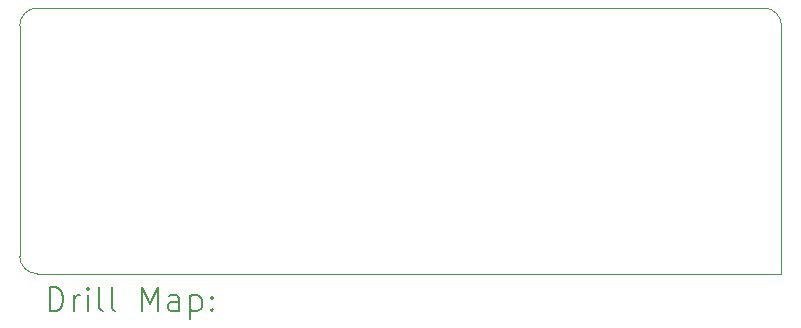
<source format=gbr>
%TF.GenerationSoftware,KiCad,Pcbnew,9.0.0-9.0.0-2~ubuntu22.04.1*%
%TF.CreationDate,2025-03-23T22:02:49+01:00*%
%TF.ProjectId,kicad_makespace_tutorial,6b696361-645f-46d6-916b-657370616365,v1*%
%TF.SameCoordinates,Original*%
%TF.FileFunction,Drillmap*%
%TF.FilePolarity,Positive*%
%FSLAX45Y45*%
G04 Gerber Fmt 4.5, Leading zero omitted, Abs format (unit mm)*
G04 Created by KiCad (PCBNEW 9.0.0-9.0.0-2~ubuntu22.04.1) date 2025-03-23 22:02:49*
%MOMM*%
%LPD*%
G01*
G04 APERTURE LIST*
%ADD10C,0.100000*%
%ADD11C,0.050000*%
%ADD12C,0.200000*%
G04 APERTURE END LIST*
D10*
X6450000Y-2250000D02*
X150000Y-2250000D01*
D11*
X0Y-150000D02*
G75*
G02*
X150000Y0I150000J0D01*
G01*
X150000Y-2250000D02*
G75*
G02*
X0Y-2100000I0J150000D01*
G01*
X6450000Y-2250000D02*
X6450000Y-150000D01*
X6309320Y0D02*
G75*
G02*
X6449999Y-150000I-9630J-150000D01*
G01*
D10*
X150000Y0D02*
X6309320Y0D01*
X0Y-2100000D02*
X0Y-150000D01*
D12*
X255777Y-2566484D02*
X255777Y-2366484D01*
X255777Y-2366484D02*
X303396Y-2366484D01*
X303396Y-2366484D02*
X331967Y-2376008D01*
X331967Y-2376008D02*
X351015Y-2395055D01*
X351015Y-2395055D02*
X360539Y-2414103D01*
X360539Y-2414103D02*
X370062Y-2452198D01*
X370062Y-2452198D02*
X370062Y-2480770D01*
X370062Y-2480770D02*
X360539Y-2518865D01*
X360539Y-2518865D02*
X351015Y-2537912D01*
X351015Y-2537912D02*
X331967Y-2556960D01*
X331967Y-2556960D02*
X303396Y-2566484D01*
X303396Y-2566484D02*
X255777Y-2566484D01*
X455777Y-2566484D02*
X455777Y-2433150D01*
X455777Y-2471246D02*
X465300Y-2452198D01*
X465300Y-2452198D02*
X474824Y-2442674D01*
X474824Y-2442674D02*
X493872Y-2433150D01*
X493872Y-2433150D02*
X512920Y-2433150D01*
X579586Y-2566484D02*
X579586Y-2433150D01*
X579586Y-2366484D02*
X570062Y-2376008D01*
X570062Y-2376008D02*
X579586Y-2385531D01*
X579586Y-2385531D02*
X589110Y-2376008D01*
X589110Y-2376008D02*
X579586Y-2366484D01*
X579586Y-2366484D02*
X579586Y-2385531D01*
X703396Y-2566484D02*
X684348Y-2556960D01*
X684348Y-2556960D02*
X674824Y-2537912D01*
X674824Y-2537912D02*
X674824Y-2366484D01*
X808158Y-2566484D02*
X789110Y-2556960D01*
X789110Y-2556960D02*
X779586Y-2537912D01*
X779586Y-2537912D02*
X779586Y-2366484D01*
X1036729Y-2566484D02*
X1036729Y-2366484D01*
X1036729Y-2366484D02*
X1103396Y-2509341D01*
X1103396Y-2509341D02*
X1170062Y-2366484D01*
X1170062Y-2366484D02*
X1170062Y-2566484D01*
X1351015Y-2566484D02*
X1351015Y-2461722D01*
X1351015Y-2461722D02*
X1341491Y-2442674D01*
X1341491Y-2442674D02*
X1322443Y-2433150D01*
X1322443Y-2433150D02*
X1284348Y-2433150D01*
X1284348Y-2433150D02*
X1265301Y-2442674D01*
X1351015Y-2556960D02*
X1331967Y-2566484D01*
X1331967Y-2566484D02*
X1284348Y-2566484D01*
X1284348Y-2566484D02*
X1265301Y-2556960D01*
X1265301Y-2556960D02*
X1255777Y-2537912D01*
X1255777Y-2537912D02*
X1255777Y-2518865D01*
X1255777Y-2518865D02*
X1265301Y-2499817D01*
X1265301Y-2499817D02*
X1284348Y-2490293D01*
X1284348Y-2490293D02*
X1331967Y-2490293D01*
X1331967Y-2490293D02*
X1351015Y-2480770D01*
X1446253Y-2433150D02*
X1446253Y-2633150D01*
X1446253Y-2442674D02*
X1465300Y-2433150D01*
X1465300Y-2433150D02*
X1503396Y-2433150D01*
X1503396Y-2433150D02*
X1522443Y-2442674D01*
X1522443Y-2442674D02*
X1531967Y-2452198D01*
X1531967Y-2452198D02*
X1541491Y-2471246D01*
X1541491Y-2471246D02*
X1541491Y-2528389D01*
X1541491Y-2528389D02*
X1531967Y-2547436D01*
X1531967Y-2547436D02*
X1522443Y-2556960D01*
X1522443Y-2556960D02*
X1503396Y-2566484D01*
X1503396Y-2566484D02*
X1465300Y-2566484D01*
X1465300Y-2566484D02*
X1446253Y-2556960D01*
X1627205Y-2547436D02*
X1636729Y-2556960D01*
X1636729Y-2556960D02*
X1627205Y-2566484D01*
X1627205Y-2566484D02*
X1617681Y-2556960D01*
X1617681Y-2556960D02*
X1627205Y-2547436D01*
X1627205Y-2547436D02*
X1627205Y-2566484D01*
X1627205Y-2442674D02*
X1636729Y-2452198D01*
X1636729Y-2452198D02*
X1627205Y-2461722D01*
X1627205Y-2461722D02*
X1617681Y-2452198D01*
X1617681Y-2452198D02*
X1627205Y-2442674D01*
X1627205Y-2442674D02*
X1627205Y-2461722D01*
M02*

</source>
